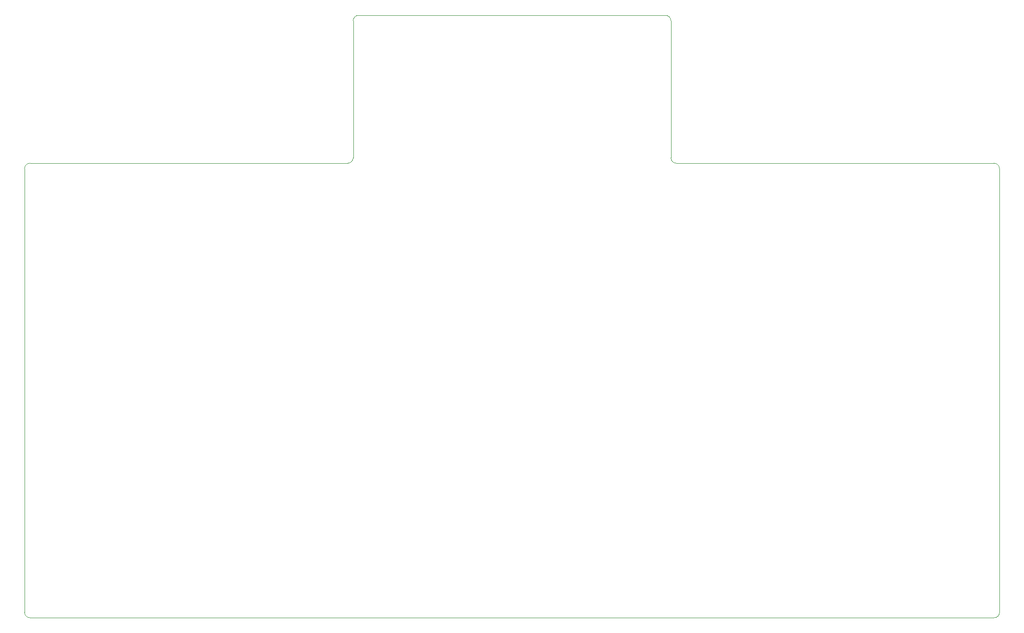
<source format=gm1>
%TF.GenerationSoftware,KiCad,Pcbnew,8.0.6*%
%TF.CreationDate,2024-12-17T00:00:43+05:30*%
%TF.ProjectId,FF1-LP-Badge,4646312d-4c50-42d4-9261-6467652e6b69,rev?*%
%TF.SameCoordinates,Original*%
%TF.FileFunction,Profile,NP*%
%FSLAX46Y46*%
G04 Gerber Fmt 4.6, Leading zero omitted, Abs format (unit mm)*
G04 Created by KiCad (PCBNEW 8.0.6) date 2024-12-17 00:00:43*
%MOMM*%
%LPD*%
G01*
G04 APERTURE LIST*
%TA.AperFunction,Profile*%
%ADD10C,0.050000*%
%TD*%
G04 APERTURE END LIST*
D10*
X160000000Y-49000000D02*
X160000000Y-24000000D01*
X101000000Y-133000000D02*
G75*
G02*
X100000000Y-132000000I0J1000000D01*
G01*
X160000000Y-24000000D02*
G75*
G02*
X161000000Y-23000000I1000000J0D01*
G01*
X101000000Y-50000000D02*
X159000000Y-50000000D01*
X219000000Y-50000000D02*
G75*
G02*
X218000000Y-49000000I0J1000000D01*
G01*
X278000000Y-51000000D02*
X278000000Y-132000000D01*
X100000000Y-51000000D02*
G75*
G02*
X101000000Y-50000000I1000000J0D01*
G01*
X278000000Y-132000000D02*
G75*
G02*
X277000000Y-133000000I-1000000J0D01*
G01*
X277000000Y-133000000D02*
X101000000Y-133000000D01*
X160000000Y-49000000D02*
G75*
G02*
X159000000Y-50000000I-1000000J0D01*
G01*
X100000000Y-132000000D02*
X100000000Y-51000000D01*
X161000000Y-23000000D02*
X217000000Y-23000000D01*
X219000000Y-50000000D02*
X277000000Y-50000000D01*
X277000000Y-50000000D02*
G75*
G02*
X278000000Y-51000000I0J-1000000D01*
G01*
X217000000Y-23000000D02*
G75*
G02*
X218000000Y-24000000I0J-1000000D01*
G01*
X218000000Y-24000000D02*
X218000000Y-49000000D01*
M02*

</source>
